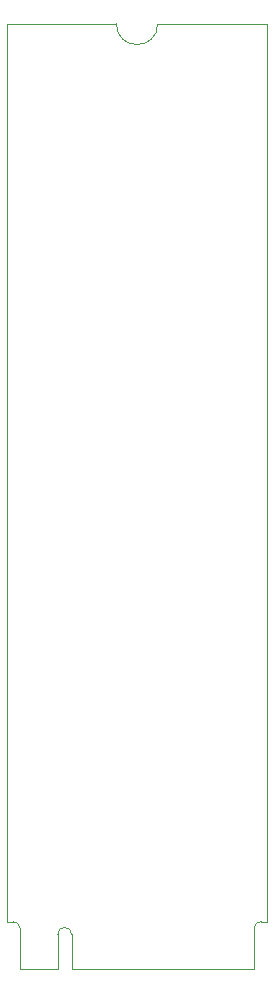
<source format=gm1>
%TF.GenerationSoftware,KiCad,Pcbnew,9.0.1*%
%TF.CreationDate,2025-04-25T13:26:35+02:00*%
%TF.ProjectId,m2-e-usdex,6d322d65-2d75-4736-9465-782e6b696361,rev?*%
%TF.SameCoordinates,Original*%
%TF.FileFunction,Profile,NP*%
%FSLAX46Y46*%
G04 Gerber Fmt 4.6, Leading zero omitted, Abs format (unit mm)*
G04 Created by KiCad (PCBNEW 9.0.1) date 2025-04-25 13:26:35*
%MOMM*%
%LPD*%
G01*
G04 APERTURE LIST*
%TA.AperFunction,Profile*%
%ADD10C,0.100000*%
%TD*%
%TA.AperFunction,Profile*%
%ADD11C,0.050000*%
%TD*%
G04 APERTURE END LIST*
D10*
%TO.C,J1*%
X258250000Y-56775000D02*
X258250000Y-132775000D01*
X258250000Y-56775000D02*
X267500000Y-56775000D01*
X258250000Y-132775000D02*
X258750000Y-132775000D01*
X259350000Y-133375000D02*
X259350000Y-136775000D01*
X259350000Y-136775000D02*
X262525000Y-136775000D01*
D11*
X262525000Y-136775000D02*
X262525000Y-133875000D01*
X263725000Y-133875000D02*
X263725000Y-136775000D01*
D10*
X263725000Y-136775000D02*
X279150000Y-136775000D01*
X279150000Y-133375000D02*
X279150000Y-136775000D01*
X280250000Y-56775000D02*
X271000000Y-56775000D01*
X280250000Y-56775000D02*
X280250000Y-132775000D01*
X280250000Y-132775000D02*
X279750000Y-132775000D01*
X258750000Y-132775000D02*
G75*
G02*
X259350000Y-133375000I0J-600000D01*
G01*
D11*
X262525000Y-133875000D02*
G75*
G02*
X263725000Y-133875000I600000J0D01*
G01*
D10*
X271000000Y-56775000D02*
G75*
G02*
X267500000Y-56775000I-1750000J0D01*
G01*
X279150000Y-133375000D02*
G75*
G02*
X279750000Y-132775000I600000J0D01*
G01*
%TD*%
M02*

</source>
